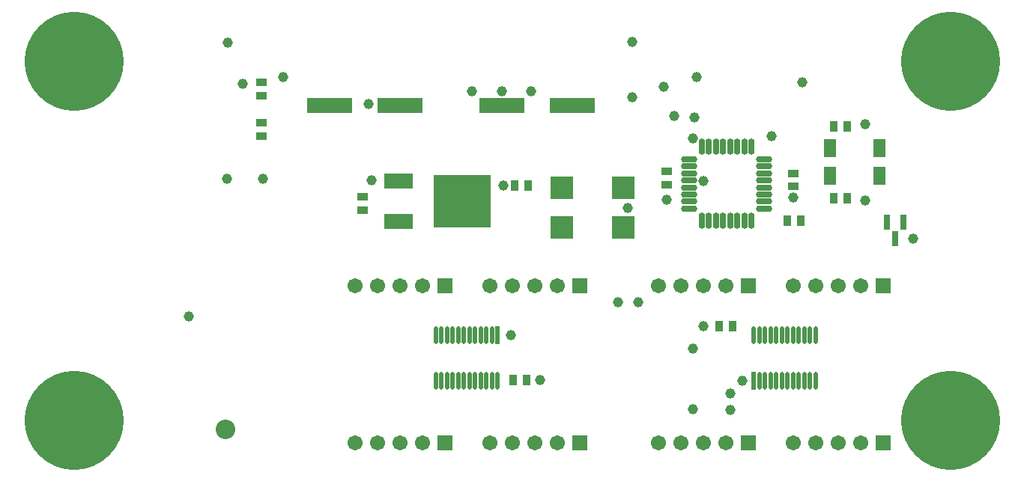
<source format=gts>
%FSLAX25Y25*%
%MOIN*%
G70*
G01*
G75*
G04 Layer_Color=8388736*
%ADD10R,0.03937X0.02756*%
%ADD11R,0.02756X0.03937*%
%ADD12R,0.09055X0.09055*%
%ADD13O,0.01378X0.07087*%
%ADD14R,0.01378X0.07087*%
%ADD15R,0.05000X0.07500*%
%ADD16R,0.11811X0.06299*%
%ADD17R,0.24410X0.22835*%
%ADD18R,0.02362X0.05906*%
%ADD19O,0.02165X0.06496*%
%ADD20O,0.06496X0.02165*%
%ADD21R,0.19685X0.05906*%
%ADD22C,0.03000*%
%ADD23C,0.01500*%
%ADD24C,0.02000*%
%ADD25C,0.01300*%
%ADD26C,0.07874*%
%ADD27R,0.05906X0.05906*%
%ADD28C,0.05906*%
%ADD29C,0.03800*%
%ADD30C,0.43307*%
%ADD31R,0.15354X0.24410*%
%ADD32R,0.12992X0.17323*%
%ADD33R,0.14500X0.05000*%
%ADD34R,0.43307X0.27559*%
%ADD35R,0.12598X0.16535*%
%ADD36R,0.04724X0.12205*%
%ADD37C,0.00787*%
%ADD38C,0.00984*%
%ADD39C,0.02362*%
%ADD40C,0.01000*%
%ADD41C,0.01969*%
%ADD42R,0.04737X0.03556*%
%ADD43R,0.03556X0.04737*%
%ADD44R,0.09855X0.09855*%
%ADD45O,0.02178X0.07887*%
%ADD46R,0.02178X0.07887*%
%ADD47R,0.05800X0.08300*%
%ADD48R,0.12611X0.07099*%
%ADD49R,0.25210X0.23635*%
%ADD50R,0.03162X0.06706*%
%ADD51O,0.02965X0.07296*%
%ADD52O,0.07296X0.02965*%
%ADD53R,0.20485X0.06706*%
%ADD54C,0.08674*%
%ADD55R,0.06706X0.06706*%
%ADD56C,0.06706*%
%ADD57C,0.04600*%
%ADD58C,0.44107*%
D42*
X158583Y123661D02*
D03*
Y129567D02*
D03*
X349984Y134039D02*
D03*
Y139945D02*
D03*
X113500Y162453D02*
D03*
Y156547D02*
D03*
Y174547D02*
D03*
Y180453D02*
D03*
X293685Y134827D02*
D03*
Y140732D02*
D03*
D43*
X353453Y119000D02*
D03*
X347547D02*
D03*
X368047Y129000D02*
D03*
X373953D02*
D03*
X368047Y161000D02*
D03*
X373953D02*
D03*
X317047Y72000D02*
D03*
X322953D02*
D03*
X232008Y134488D02*
D03*
X226102D02*
D03*
X231453Y48000D02*
D03*
X225547D02*
D03*
D44*
X247165Y133504D02*
D03*
Y115787D02*
D03*
X274331Y133504D02*
D03*
Y115787D02*
D03*
D45*
X360000Y67972D02*
D03*
X357500D02*
D03*
X355000D02*
D03*
X352500D02*
D03*
X350000D02*
D03*
X347500D02*
D03*
X345000D02*
D03*
X342500D02*
D03*
X340000D02*
D03*
X337500D02*
D03*
X335000D02*
D03*
X332500D02*
D03*
X360000Y47500D02*
D03*
X357500D02*
D03*
X355000D02*
D03*
X352500D02*
D03*
X350000D02*
D03*
X347500D02*
D03*
X345000D02*
D03*
X342500D02*
D03*
X340000D02*
D03*
X337500D02*
D03*
X335000D02*
D03*
X190925Y47480D02*
D03*
X193425D02*
D03*
X195925D02*
D03*
X198425D02*
D03*
X200925D02*
D03*
X203425D02*
D03*
X205925D02*
D03*
X208425D02*
D03*
X210925D02*
D03*
X213425D02*
D03*
X215925D02*
D03*
X218425D02*
D03*
X190925Y67953D02*
D03*
X193425D02*
D03*
X195925D02*
D03*
X198425D02*
D03*
X200925D02*
D03*
X203425D02*
D03*
X205925D02*
D03*
X208425D02*
D03*
X210925D02*
D03*
X213425D02*
D03*
X215925D02*
D03*
D46*
X332500Y47500D02*
D03*
X218425Y67953D02*
D03*
D47*
X366500Y138750D02*
D03*
X388500D02*
D03*
Y151250D02*
D03*
X366500D02*
D03*
D48*
X174409Y136398D02*
D03*
Y118405D02*
D03*
D49*
X202677Y127402D02*
D03*
D50*
X399240Y118240D02*
D03*
X391760D02*
D03*
X395500Y110760D02*
D03*
D51*
X331437Y118713D02*
D03*
X328287D02*
D03*
X325138D02*
D03*
X321988D02*
D03*
X318839D02*
D03*
X315689D02*
D03*
X312539D02*
D03*
X309390D02*
D03*
Y151784D02*
D03*
X312539D02*
D03*
X315689D02*
D03*
X318839D02*
D03*
X321988D02*
D03*
X325138D02*
D03*
X328287D02*
D03*
X331437D02*
D03*
D52*
X303878Y124224D02*
D03*
Y127374D02*
D03*
Y130524D02*
D03*
Y133673D02*
D03*
Y136823D02*
D03*
Y139972D02*
D03*
Y143122D02*
D03*
Y146272D02*
D03*
X336949D02*
D03*
Y143122D02*
D03*
Y139972D02*
D03*
Y136823D02*
D03*
Y133673D02*
D03*
Y130524D02*
D03*
Y127374D02*
D03*
Y124224D02*
D03*
D53*
X220394Y170315D02*
D03*
X251890D02*
D03*
X175118Y170315D02*
D03*
X143622D02*
D03*
D54*
X97339Y25850D02*
D03*
D55*
X390000Y20000D02*
D03*
X330000D02*
D03*
X255000D02*
D03*
X195000D02*
D03*
X390000Y90000D02*
D03*
X330000D02*
D03*
X255000D02*
D03*
X195000D02*
D03*
D56*
X380000Y20000D02*
D03*
X370000D02*
D03*
X360000D02*
D03*
X350000D02*
D03*
X320000D02*
D03*
X310000D02*
D03*
X300000D02*
D03*
X290000D02*
D03*
X245000D02*
D03*
X235000D02*
D03*
X225000D02*
D03*
X215000D02*
D03*
X185000D02*
D03*
X175000D02*
D03*
X165000D02*
D03*
X155000D02*
D03*
X380000Y90000D02*
D03*
X370000D02*
D03*
X360000D02*
D03*
X350000D02*
D03*
X320000D02*
D03*
X310000D02*
D03*
X300000D02*
D03*
X290000D02*
D03*
X245000D02*
D03*
X235000D02*
D03*
X225000D02*
D03*
X215000D02*
D03*
X185000D02*
D03*
X175000D02*
D03*
X165000D02*
D03*
X155000D02*
D03*
D57*
X322000Y34500D02*
D03*
Y42000D02*
D03*
X305500Y35000D02*
D03*
X123000Y183000D02*
D03*
X105000Y180000D02*
D03*
X233500Y176500D02*
D03*
X220394D02*
D03*
X207000D02*
D03*
X382000Y162000D02*
D03*
Y128000D02*
D03*
X403260Y110760D02*
D03*
X293685Y128315D02*
D03*
X349984Y129016D02*
D03*
X221012Y134488D02*
D03*
X237500Y48000D02*
D03*
X224453Y67953D02*
D03*
X310000Y72000D02*
D03*
X327500Y47500D02*
D03*
X272000Y82500D02*
D03*
X281000D02*
D03*
X305500Y62000D02*
D03*
X354000Y180500D02*
D03*
X278500Y198500D02*
D03*
Y174000D02*
D03*
X307000Y183000D02*
D03*
X292500Y178500D02*
D03*
X297000Y165500D02*
D03*
X306000Y165000D02*
D03*
X305500Y155500D02*
D03*
X97961Y137575D02*
D03*
X98355Y198205D02*
D03*
X114000Y137500D02*
D03*
X340500Y156500D02*
D03*
X81000Y76244D02*
D03*
X160945Y170709D02*
D03*
X162520Y136850D02*
D03*
X276299Y124646D02*
D03*
X310221Y136598D02*
D03*
D58*
X30000Y190000D02*
D03*
Y30000D02*
D03*
X420000D02*
D03*
Y190000D02*
D03*
M02*

</source>
